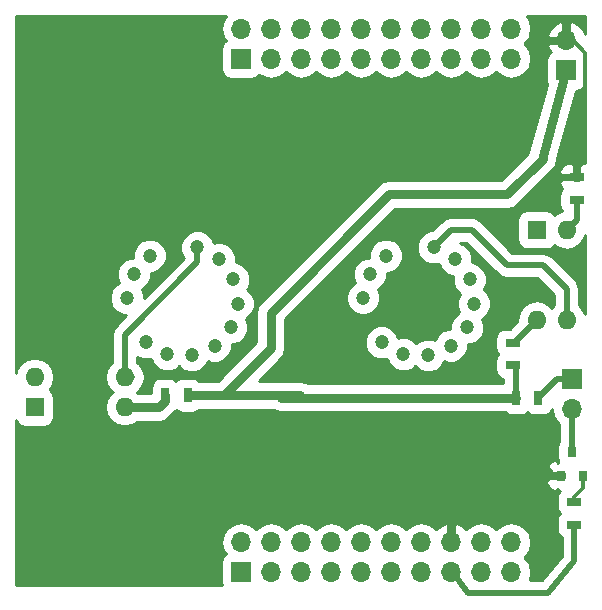
<source format=gbr>
G04 #@! TF.FileFunction,Copper,L2,Bot,Signal*
%FSLAX46Y46*%
G04 Gerber Fmt 4.6, Leading zero omitted, Abs format (unit mm)*
G04 Created by KiCad (PCBNEW 4.0.4-stable) date 12/02/17 22:43:03*
%MOMM*%
%LPD*%
G01*
G04 APERTURE LIST*
%ADD10C,0.100000*%
%ADD11C,1.200000*%
%ADD12R,1.700000X1.700000*%
%ADD13O,1.700000X1.700000*%
%ADD14R,1.600000X1.600000*%
%ADD15O,1.600000X1.600000*%
%ADD16R,1.300000X0.700000*%
%ADD17R,0.700000X1.300000*%
%ADD18R,0.800000X0.900000*%
%ADD19C,0.600000*%
%ADD20C,0.800000*%
%ADD21C,0.500000*%
%ADD22C,0.300000*%
%ADD23C,0.180000*%
%ADD24C,0.254000*%
G04 APERTURE END LIST*
D10*
D11*
X122256460Y-96188505D03*
X120880439Y-97771498D03*
X120307250Y-99761261D03*
X121894545Y-103522776D03*
X123725524Y-104519979D03*
X125816146Y-104628596D03*
X127743540Y-103811495D03*
X129123034Y-102248198D03*
X129692750Y-100238739D03*
X129328089Y-98170643D03*
X128105455Y-96477224D03*
X126274476Y-95480021D03*
X102256460Y-96188505D03*
X100880439Y-97771498D03*
X100307250Y-99761261D03*
X101894545Y-103522776D03*
X103725524Y-104519979D03*
X105816146Y-104628596D03*
X107743540Y-103811495D03*
X109123034Y-102248198D03*
X109692750Y-100238739D03*
X109328089Y-98170643D03*
X108105455Y-96477224D03*
X106274476Y-95480021D03*
D12*
X138000000Y-106600000D03*
D13*
X138000000Y-109140000D03*
D14*
X135000000Y-94000000D03*
D15*
X137540000Y-101620000D03*
X137540000Y-94000000D03*
X135000000Y-101620000D03*
D12*
X110000000Y-123000000D03*
D13*
X110000000Y-120460000D03*
X112540000Y-123000000D03*
X112540000Y-120460000D03*
X115080000Y-123000000D03*
X115080000Y-120460000D03*
X117620000Y-123000000D03*
X117620000Y-120460000D03*
X120160000Y-123000000D03*
X120160000Y-120460000D03*
X122700000Y-123000000D03*
X122700000Y-120460000D03*
X125240000Y-123000000D03*
X125240000Y-120460000D03*
X127780000Y-123000000D03*
X127780000Y-120460000D03*
X130320000Y-123000000D03*
X130320000Y-120460000D03*
X132860000Y-123000000D03*
X132860000Y-120460000D03*
D12*
X110000000Y-79500000D03*
D13*
X110000000Y-76960000D03*
X112540000Y-79500000D03*
X112540000Y-76960000D03*
X115080000Y-79500000D03*
X115080000Y-76960000D03*
X117620000Y-79500000D03*
X117620000Y-76960000D03*
X120160000Y-79500000D03*
X120160000Y-76960000D03*
X122700000Y-79500000D03*
X122700000Y-76960000D03*
X125240000Y-79500000D03*
X125240000Y-76960000D03*
X127780000Y-79500000D03*
X127780000Y-76960000D03*
X130320000Y-79500000D03*
X130320000Y-76960000D03*
X132860000Y-79500000D03*
X132860000Y-76960000D03*
D14*
X92500000Y-109000000D03*
D15*
X100120000Y-106460000D03*
X92500000Y-106460000D03*
X100120000Y-109000000D03*
D16*
X138400000Y-91450000D03*
X138400000Y-89550000D03*
D17*
X103550000Y-108000000D03*
X105450000Y-108000000D03*
D16*
X133000000Y-103550000D03*
X133000000Y-105450000D03*
D18*
X138950000Y-114800000D03*
X137050000Y-114800000D03*
X138000000Y-112800000D03*
D16*
X138200000Y-117050000D03*
X138200000Y-118950000D03*
D17*
X135150000Y-108200000D03*
X133250000Y-108200000D03*
D12*
X137500000Y-80500000D03*
D13*
X137500000Y-77960000D03*
D19*
X108000000Y-115200000D03*
X134800000Y-111800000D03*
X131000000Y-111800000D03*
X126950000Y-111750000D03*
X123000000Y-111800000D03*
X119100000Y-111800000D03*
X115100000Y-111800000D03*
X103300000Y-117800000D03*
X98700000Y-117800000D03*
X97600000Y-111600000D03*
X93200000Y-103500000D03*
X93400000Y-99500000D03*
X134000000Y-87400000D03*
X129500000Y-87400000D03*
X125600000Y-87300000D03*
X121200000Y-87500000D03*
X111800000Y-94400000D03*
X111000000Y-88900000D03*
X106500000Y-88900000D03*
X102600000Y-89000000D03*
X92800000Y-88000000D03*
D20*
X127780000Y-120460000D02*
X127780000Y-112580000D01*
X127780000Y-112580000D02*
X126950000Y-111750000D01*
D21*
X108000000Y-115200000D02*
X107800000Y-115400000D01*
X107800000Y-115400000D02*
X107800000Y-117800000D01*
D22*
X137050000Y-114800000D02*
X136600000Y-114800000D01*
X134800000Y-113000000D02*
X134800000Y-111800000D01*
X136600000Y-114800000D02*
X134800000Y-113000000D01*
X134800000Y-111800000D02*
X131000000Y-111800000D01*
X126950000Y-111750000D02*
X130950000Y-111750000D01*
X130950000Y-111750000D02*
X131000000Y-111800000D01*
X123000000Y-111800000D02*
X126900000Y-111800000D01*
X126900000Y-111800000D02*
X126950000Y-111750000D01*
X119100000Y-111800000D02*
X123000000Y-111800000D01*
X119100000Y-111800000D02*
X115100000Y-111800000D01*
X103300000Y-117800000D02*
X107800000Y-117800000D01*
X107800000Y-117800000D02*
X109100000Y-117800000D01*
X109100000Y-117800000D02*
X115100000Y-111800000D01*
X103300000Y-117800000D02*
X98700000Y-117800000D01*
X98700000Y-112700000D02*
X98700000Y-117800000D01*
X97600000Y-111600000D02*
X98700000Y-112700000D01*
X93400000Y-103300000D02*
X93400000Y-99500000D01*
X93200000Y-103500000D02*
X93400000Y-103300000D01*
X92800000Y-88000000D02*
X92800000Y-98900000D01*
X92800000Y-98900000D02*
X93400000Y-99500000D01*
X137500000Y-77960000D02*
X138060000Y-77960000D01*
X138060000Y-77960000D02*
X139100000Y-79000000D01*
X138400000Y-85800000D02*
X138400000Y-89550000D01*
X139100000Y-85100000D02*
X138400000Y-85800000D01*
X139100000Y-79000000D02*
X139100000Y-85100000D01*
X134000000Y-87400000D02*
X134000000Y-81700000D01*
X135940000Y-77960000D02*
X137500000Y-77960000D01*
X135300000Y-78600000D02*
X135940000Y-77960000D01*
X135300000Y-80400000D02*
X135300000Y-78600000D01*
X134000000Y-81700000D02*
X135300000Y-80400000D01*
X134000000Y-87400000D02*
X129500000Y-87400000D01*
X125600000Y-87300000D02*
X129400000Y-87300000D01*
X129400000Y-87300000D02*
X129500000Y-87400000D01*
X125400000Y-87500000D02*
X121200000Y-87500000D01*
X125600000Y-87300000D02*
X125400000Y-87500000D01*
X117000000Y-88900000D02*
X119800000Y-88900000D01*
X119800000Y-88900000D02*
X121200000Y-87500000D01*
X117000000Y-88900000D02*
X111000000Y-88900000D01*
D21*
X111000000Y-88900000D02*
X111400000Y-88900000D01*
X111400000Y-88900000D02*
X111800000Y-89300000D01*
X111800000Y-89300000D02*
X111800000Y-94400000D01*
D22*
X111000000Y-88900000D02*
X106500000Y-88900000D01*
X102600000Y-89000000D02*
X106400000Y-89000000D01*
X106400000Y-89000000D02*
X106500000Y-88900000D01*
X102300000Y-89300000D02*
X98500000Y-89300000D01*
X102600000Y-89000000D02*
X102300000Y-89300000D01*
X94100000Y-89300000D02*
X98500000Y-89300000D01*
X92800000Y-88000000D02*
X94100000Y-89300000D01*
D21*
X138400000Y-91450000D02*
X138400000Y-93140000D01*
X138400000Y-93140000D02*
X137540000Y-94000000D01*
X137540000Y-101620000D02*
X137540000Y-99040000D01*
X127754497Y-94000000D02*
X126274476Y-95480021D01*
X129500000Y-94000000D02*
X127754497Y-94000000D01*
X132500000Y-97000000D02*
X129500000Y-94000000D01*
X135500000Y-97000000D02*
X132500000Y-97000000D01*
X137540000Y-99040000D02*
X135500000Y-97000000D01*
X133250000Y-108200000D02*
X133250000Y-105700000D01*
X133250000Y-105700000D02*
X133000000Y-105450000D01*
D20*
X108500000Y-108000000D02*
X115000000Y-108000000D01*
X115000000Y-108000000D02*
X115000000Y-108200000D01*
X135500000Y-87700000D02*
X135500000Y-88000000D01*
X108500000Y-108000000D02*
X105450000Y-108000000D01*
X112500000Y-104000000D02*
X108500000Y-108000000D01*
X112500000Y-101000000D02*
X112500000Y-104000000D01*
X122500000Y-91000000D02*
X112500000Y-101000000D01*
X132500000Y-91000000D02*
X122500000Y-91000000D01*
X135500000Y-88000000D02*
X132500000Y-91000000D01*
X135500000Y-87700000D02*
X135500000Y-87700000D01*
X135500000Y-87700000D02*
X137500000Y-80500000D01*
X105450000Y-108000000D02*
X105900000Y-108000000D01*
X133250000Y-108200000D02*
X115000000Y-108200000D01*
X115000000Y-108200000D02*
X113400000Y-108200000D01*
D23*
X137500000Y-81000000D02*
X137500000Y-80500000D01*
D21*
X100120000Y-106460000D02*
X100120000Y-102880000D01*
X106274476Y-96725524D02*
X106274476Y-95480021D01*
X100120000Y-102880000D02*
X106274476Y-96725524D01*
X100120000Y-106460000D02*
X100730000Y-106460000D01*
D20*
X103550000Y-108000000D02*
X103550000Y-108450000D01*
X103550000Y-108450000D02*
X103000000Y-109000000D01*
X103000000Y-109000000D02*
X100120000Y-109000000D01*
D21*
X133000000Y-103550000D02*
X133070000Y-103550000D01*
X133070000Y-103550000D02*
X135000000Y-101620000D01*
D22*
X138200000Y-117050000D02*
X138200000Y-116600000D01*
X138950000Y-115850000D02*
X138950000Y-114800000D01*
X138200000Y-116600000D02*
X138950000Y-115850000D01*
D21*
X138000000Y-112800000D02*
X138000000Y-109140000D01*
X138000000Y-106600000D02*
X136750000Y-106600000D01*
X136750000Y-106600000D02*
X135150000Y-108200000D01*
D22*
X127780000Y-122500000D02*
X127780000Y-122780000D01*
D21*
X127780000Y-122780000D02*
X129200000Y-124700000D01*
X129200000Y-124700000D02*
X136000000Y-124700000D01*
X136000000Y-124700000D02*
X138200000Y-122000000D01*
X138200000Y-122000000D02*
X138200000Y-118950000D01*
D24*
G36*
X108443263Y-76282167D02*
X108315000Y-76926989D01*
X108315000Y-76993011D01*
X108443263Y-77637833D01*
X108665072Y-77969794D01*
X108556373Y-78039740D01*
X108365717Y-78318774D01*
X108298642Y-78650000D01*
X108298642Y-80350000D01*
X108356866Y-80659432D01*
X108539740Y-80943627D01*
X108818774Y-81134283D01*
X109150000Y-81201358D01*
X110850000Y-81201358D01*
X111159432Y-81143134D01*
X111443627Y-80960260D01*
X111524420Y-80842015D01*
X111895178Y-81089748D01*
X112540000Y-81218011D01*
X113184822Y-81089748D01*
X113731475Y-80724486D01*
X113810000Y-80606965D01*
X113888525Y-80724486D01*
X114435178Y-81089748D01*
X115080000Y-81218011D01*
X115724822Y-81089748D01*
X116271475Y-80724486D01*
X116350000Y-80606965D01*
X116428525Y-80724486D01*
X116975178Y-81089748D01*
X117620000Y-81218011D01*
X118264822Y-81089748D01*
X118811475Y-80724486D01*
X118890000Y-80606965D01*
X118968525Y-80724486D01*
X119515178Y-81089748D01*
X120160000Y-81218011D01*
X120804822Y-81089748D01*
X121351475Y-80724486D01*
X121430000Y-80606965D01*
X121508525Y-80724486D01*
X122055178Y-81089748D01*
X122700000Y-81218011D01*
X123344822Y-81089748D01*
X123891475Y-80724486D01*
X123970000Y-80606965D01*
X124048525Y-80724486D01*
X124595178Y-81089748D01*
X125240000Y-81218011D01*
X125884822Y-81089748D01*
X126431475Y-80724486D01*
X126510000Y-80606965D01*
X126588525Y-80724486D01*
X127135178Y-81089748D01*
X127780000Y-81218011D01*
X128424822Y-81089748D01*
X128971475Y-80724486D01*
X129050000Y-80606965D01*
X129128525Y-80724486D01*
X129675178Y-81089748D01*
X130320000Y-81218011D01*
X130964822Y-81089748D01*
X131511475Y-80724486D01*
X131590000Y-80606965D01*
X131668525Y-80724486D01*
X132215178Y-81089748D01*
X132860000Y-81218011D01*
X133504822Y-81089748D01*
X134051475Y-80724486D01*
X134416737Y-80177833D01*
X134545000Y-79533011D01*
X134545000Y-79466989D01*
X134416737Y-78822167D01*
X134051475Y-78275514D01*
X133983359Y-78230000D01*
X134051475Y-78184486D01*
X134416737Y-77637833D01*
X134449204Y-77474606D01*
X135886428Y-77474606D01*
X136041307Y-77733000D01*
X137273000Y-77733000D01*
X137273000Y-76499095D01*
X137014603Y-76346412D01*
X136434058Y-76654992D01*
X136015793Y-77162248D01*
X135886428Y-77474606D01*
X134449204Y-77474606D01*
X134545000Y-76993011D01*
X134545000Y-76926989D01*
X134416737Y-76282167D01*
X134168063Y-75910000D01*
X139090000Y-75910000D01*
X139090000Y-77417690D01*
X138984207Y-77162248D01*
X138565942Y-76654992D01*
X137985397Y-76346412D01*
X137727000Y-76499095D01*
X137727000Y-77733000D01*
X137747000Y-77733000D01*
X137747000Y-78187000D01*
X137727000Y-78187000D01*
X137727000Y-78207000D01*
X137273000Y-78207000D01*
X137273000Y-78187000D01*
X136041307Y-78187000D01*
X135886428Y-78445394D01*
X136015793Y-78757752D01*
X136181774Y-78959047D01*
X136056373Y-79039740D01*
X135865717Y-79318774D01*
X135798642Y-79650000D01*
X135798642Y-81350000D01*
X135856866Y-81659432D01*
X135884322Y-81702100D01*
X134310055Y-87369460D01*
X134304083Y-87449363D01*
X131988446Y-89765000D01*
X122500000Y-89765000D01*
X122027386Y-89859009D01*
X121626723Y-90126723D01*
X111626723Y-100126723D01*
X111359009Y-100527386D01*
X111265000Y-101000000D01*
X111265000Y-103488446D01*
X107988446Y-106765000D01*
X106415811Y-106765000D01*
X106410260Y-106756373D01*
X106131226Y-106565717D01*
X105800000Y-106498642D01*
X105100000Y-106498642D01*
X104790568Y-106556866D01*
X104506373Y-106739740D01*
X104499862Y-106749269D01*
X104231226Y-106565717D01*
X103900000Y-106498642D01*
X103200000Y-106498642D01*
X102890568Y-106556866D01*
X102606373Y-106739740D01*
X102415717Y-107018774D01*
X102348642Y-107350000D01*
X102348642Y-107765000D01*
X101190099Y-107765000D01*
X101137718Y-107730000D01*
X101308152Y-107616120D01*
X101662575Y-107085687D01*
X101692586Y-106934811D01*
X101732409Y-106875212D01*
X101815000Y-106460000D01*
X101732409Y-106044788D01*
X101692586Y-105985189D01*
X101662575Y-105834313D01*
X101308152Y-105303880D01*
X101205000Y-105234956D01*
X101205000Y-104790246D01*
X101607854Y-104957526D01*
X102178732Y-104958024D01*
X102328312Y-104896219D01*
X102508281Y-105331779D01*
X102911601Y-105735803D01*
X103438833Y-105954729D01*
X104009711Y-105955227D01*
X104537324Y-105737222D01*
X104716580Y-105558278D01*
X105002223Y-105844420D01*
X105529455Y-106063346D01*
X106100333Y-106063844D01*
X106627946Y-105845839D01*
X107031970Y-105442519D01*
X107163969Y-105124630D01*
X107456849Y-105246245D01*
X108027727Y-105246743D01*
X108555340Y-105028738D01*
X108959364Y-104625418D01*
X109178290Y-104098186D01*
X109178652Y-103683247D01*
X109407221Y-103683446D01*
X109934834Y-103465441D01*
X110338858Y-103062121D01*
X110557784Y-102534889D01*
X110558282Y-101964011D01*
X110371145Y-101511104D01*
X110504550Y-101455982D01*
X110908574Y-101052662D01*
X111127500Y-100525430D01*
X111127998Y-99954552D01*
X110909993Y-99426939D01*
X110506673Y-99022915D01*
X110505843Y-99022570D01*
X110543913Y-98984566D01*
X110762839Y-98457334D01*
X110763337Y-97886456D01*
X110545332Y-97358843D01*
X110142012Y-96954819D01*
X109614780Y-96735893D01*
X109540230Y-96735828D01*
X109540703Y-96193037D01*
X109322698Y-95665424D01*
X108919378Y-95261400D01*
X108392146Y-95042474D01*
X107821268Y-95041976D01*
X107671688Y-95103781D01*
X107491719Y-94668221D01*
X107088399Y-94264197D01*
X106561167Y-94045271D01*
X105990289Y-94044773D01*
X105462676Y-94262778D01*
X105058652Y-94666098D01*
X104839726Y-95193330D01*
X104839228Y-95764208D01*
X105057233Y-96291821D01*
X105115444Y-96350134D01*
X101742283Y-99723295D01*
X101742498Y-99477074D01*
X101562819Y-99042216D01*
X101692239Y-98988741D01*
X102096263Y-98585421D01*
X102315189Y-98058189D01*
X102315568Y-97623557D01*
X102540647Y-97623753D01*
X103068260Y-97405748D01*
X103472284Y-97002428D01*
X103691210Y-96475196D01*
X103691708Y-95904318D01*
X103473703Y-95376705D01*
X103070383Y-94972681D01*
X102543151Y-94753755D01*
X101972273Y-94753257D01*
X101444660Y-94971262D01*
X101040636Y-95374582D01*
X100821710Y-95901814D01*
X100821331Y-96336446D01*
X100596252Y-96336250D01*
X100068639Y-96554255D01*
X99664615Y-96957575D01*
X99445689Y-97484807D01*
X99445191Y-98055685D01*
X99624870Y-98490543D01*
X99495450Y-98544018D01*
X99091426Y-98947338D01*
X98872500Y-99474570D01*
X98872002Y-100045448D01*
X99090007Y-100573061D01*
X99493327Y-100977085D01*
X100020559Y-101196011D01*
X100269350Y-101196228D01*
X99352789Y-102112789D01*
X99117591Y-102464788D01*
X99035000Y-102880000D01*
X99035000Y-105234956D01*
X98931848Y-105303880D01*
X98577425Y-105834313D01*
X98452968Y-106460000D01*
X98577425Y-107085687D01*
X98931848Y-107616120D01*
X99102282Y-107730000D01*
X98931848Y-107843880D01*
X98577425Y-108374313D01*
X98452968Y-109000000D01*
X98577425Y-109625687D01*
X98931848Y-110156120D01*
X99462281Y-110510543D01*
X100087968Y-110635000D01*
X100152032Y-110635000D01*
X100777719Y-110510543D01*
X101190099Y-110235000D01*
X103000000Y-110235000D01*
X103472614Y-110140991D01*
X103873277Y-109873277D01*
X104423277Y-109323277D01*
X104444081Y-109292142D01*
X104493627Y-109260260D01*
X104500138Y-109250731D01*
X104768774Y-109434283D01*
X105100000Y-109501358D01*
X105800000Y-109501358D01*
X106109432Y-109443134D01*
X106393627Y-109260260D01*
X106410886Y-109235000D01*
X112768759Y-109235000D01*
X112927386Y-109340991D01*
X113400000Y-109435000D01*
X132284189Y-109435000D01*
X132289740Y-109443627D01*
X132568774Y-109634283D01*
X132900000Y-109701358D01*
X133600000Y-109701358D01*
X133909432Y-109643134D01*
X134193627Y-109460260D01*
X134200138Y-109450731D01*
X134468774Y-109634283D01*
X134800000Y-109701358D01*
X135500000Y-109701358D01*
X135809432Y-109643134D01*
X136093627Y-109460260D01*
X136284283Y-109181226D01*
X136287263Y-109166512D01*
X136410252Y-109784822D01*
X136775514Y-110331475D01*
X136915000Y-110424677D01*
X136915000Y-111873469D01*
X136815717Y-112018774D01*
X136748642Y-112350000D01*
X136748642Y-113250000D01*
X136806866Y-113559432D01*
X136822998Y-113584502D01*
X136822998Y-113696748D01*
X136641250Y-113515000D01*
X136483908Y-113515000D01*
X136177011Y-113642121D01*
X135942121Y-113877010D01*
X135815000Y-114183908D01*
X135815000Y-114366250D01*
X136023750Y-114575000D01*
X136850000Y-114575000D01*
X136850000Y-114553000D01*
X137250000Y-114553000D01*
X137250000Y-114575000D01*
X137297000Y-114575000D01*
X137297000Y-115025000D01*
X137250000Y-115025000D01*
X137250000Y-115047000D01*
X136850000Y-115047000D01*
X136850000Y-115025000D01*
X136023750Y-115025000D01*
X135815000Y-115233750D01*
X135815000Y-115416092D01*
X135942121Y-115722990D01*
X136177011Y-115957879D01*
X136483908Y-116085000D01*
X136641250Y-116085000D01*
X136822998Y-115903252D01*
X136822998Y-116085000D01*
X136963739Y-116085000D01*
X136956373Y-116089740D01*
X136765717Y-116368774D01*
X136698642Y-116700000D01*
X136698642Y-117400000D01*
X136756866Y-117709432D01*
X136939740Y-117993627D01*
X136949269Y-118000138D01*
X136765717Y-118268774D01*
X136698642Y-118600000D01*
X136698642Y-119300000D01*
X136756866Y-119609432D01*
X136939740Y-119893627D01*
X137115000Y-120013377D01*
X137115000Y-121613930D01*
X135484499Y-123615000D01*
X134429235Y-123615000D01*
X134545000Y-123033011D01*
X134545000Y-122966989D01*
X134416737Y-122322167D01*
X134051475Y-121775514D01*
X133983359Y-121730000D01*
X134051475Y-121684486D01*
X134416737Y-121137833D01*
X134545000Y-120493011D01*
X134545000Y-120426989D01*
X134416737Y-119782167D01*
X134051475Y-119235514D01*
X133504822Y-118870252D01*
X132860000Y-118741989D01*
X132215178Y-118870252D01*
X131668525Y-119235514D01*
X131590000Y-119353035D01*
X131511475Y-119235514D01*
X130964822Y-118870252D01*
X130320000Y-118741989D01*
X129675178Y-118870252D01*
X129128525Y-119235514D01*
X129044763Y-119360873D01*
X128577752Y-118975793D01*
X128265394Y-118846428D01*
X128007000Y-119001307D01*
X128007000Y-120233000D01*
X128027000Y-120233000D01*
X128027000Y-120687000D01*
X128007000Y-120687000D01*
X128007000Y-120707000D01*
X127553000Y-120707000D01*
X127553000Y-120687000D01*
X127533000Y-120687000D01*
X127533000Y-120233000D01*
X127553000Y-120233000D01*
X127553000Y-119001307D01*
X127294606Y-118846428D01*
X126982248Y-118975793D01*
X126515237Y-119360873D01*
X126431475Y-119235514D01*
X125884822Y-118870252D01*
X125240000Y-118741989D01*
X124595178Y-118870252D01*
X124048525Y-119235514D01*
X123970000Y-119353035D01*
X123891475Y-119235514D01*
X123344822Y-118870252D01*
X122700000Y-118741989D01*
X122055178Y-118870252D01*
X121508525Y-119235514D01*
X121430000Y-119353035D01*
X121351475Y-119235514D01*
X120804822Y-118870252D01*
X120160000Y-118741989D01*
X119515178Y-118870252D01*
X118968525Y-119235514D01*
X118890000Y-119353035D01*
X118811475Y-119235514D01*
X118264822Y-118870252D01*
X117620000Y-118741989D01*
X116975178Y-118870252D01*
X116428525Y-119235514D01*
X116350000Y-119353035D01*
X116271475Y-119235514D01*
X115724822Y-118870252D01*
X115080000Y-118741989D01*
X114435178Y-118870252D01*
X113888525Y-119235514D01*
X113810000Y-119353035D01*
X113731475Y-119235514D01*
X113184822Y-118870252D01*
X112540000Y-118741989D01*
X111895178Y-118870252D01*
X111348525Y-119235514D01*
X111270000Y-119353035D01*
X111191475Y-119235514D01*
X110644822Y-118870252D01*
X110000000Y-118741989D01*
X109355178Y-118870252D01*
X108808525Y-119235514D01*
X108443263Y-119782167D01*
X108315000Y-120426989D01*
X108315000Y-120493011D01*
X108443263Y-121137833D01*
X108665072Y-121469794D01*
X108556373Y-121539740D01*
X108365717Y-121818774D01*
X108298642Y-122150000D01*
X108298642Y-123850000D01*
X108343801Y-124090000D01*
X90910000Y-124090000D01*
X90910000Y-110114302D01*
X91089740Y-110393627D01*
X91368774Y-110584283D01*
X91700000Y-110651358D01*
X93300000Y-110651358D01*
X93609432Y-110593134D01*
X93893627Y-110410260D01*
X94084283Y-110131226D01*
X94151358Y-109800000D01*
X94151358Y-108200000D01*
X94093134Y-107890568D01*
X93910260Y-107606373D01*
X93762242Y-107505236D01*
X94042575Y-107085687D01*
X94167032Y-106460000D01*
X94042575Y-105834313D01*
X93688152Y-105303880D01*
X93157719Y-104949457D01*
X92532032Y-104825000D01*
X92467968Y-104825000D01*
X91842281Y-104949457D01*
X91311848Y-105303880D01*
X90957425Y-105834313D01*
X90910000Y-106072734D01*
X90910000Y-75910000D01*
X108691937Y-75910000D01*
X108443263Y-76282167D01*
X108443263Y-76282167D01*
G37*
X108443263Y-76282167D02*
X108315000Y-76926989D01*
X108315000Y-76993011D01*
X108443263Y-77637833D01*
X108665072Y-77969794D01*
X108556373Y-78039740D01*
X108365717Y-78318774D01*
X108298642Y-78650000D01*
X108298642Y-80350000D01*
X108356866Y-80659432D01*
X108539740Y-80943627D01*
X108818774Y-81134283D01*
X109150000Y-81201358D01*
X110850000Y-81201358D01*
X111159432Y-81143134D01*
X111443627Y-80960260D01*
X111524420Y-80842015D01*
X111895178Y-81089748D01*
X112540000Y-81218011D01*
X113184822Y-81089748D01*
X113731475Y-80724486D01*
X113810000Y-80606965D01*
X113888525Y-80724486D01*
X114435178Y-81089748D01*
X115080000Y-81218011D01*
X115724822Y-81089748D01*
X116271475Y-80724486D01*
X116350000Y-80606965D01*
X116428525Y-80724486D01*
X116975178Y-81089748D01*
X117620000Y-81218011D01*
X118264822Y-81089748D01*
X118811475Y-80724486D01*
X118890000Y-80606965D01*
X118968525Y-80724486D01*
X119515178Y-81089748D01*
X120160000Y-81218011D01*
X120804822Y-81089748D01*
X121351475Y-80724486D01*
X121430000Y-80606965D01*
X121508525Y-80724486D01*
X122055178Y-81089748D01*
X122700000Y-81218011D01*
X123344822Y-81089748D01*
X123891475Y-80724486D01*
X123970000Y-80606965D01*
X124048525Y-80724486D01*
X124595178Y-81089748D01*
X125240000Y-81218011D01*
X125884822Y-81089748D01*
X126431475Y-80724486D01*
X126510000Y-80606965D01*
X126588525Y-80724486D01*
X127135178Y-81089748D01*
X127780000Y-81218011D01*
X128424822Y-81089748D01*
X128971475Y-80724486D01*
X129050000Y-80606965D01*
X129128525Y-80724486D01*
X129675178Y-81089748D01*
X130320000Y-81218011D01*
X130964822Y-81089748D01*
X131511475Y-80724486D01*
X131590000Y-80606965D01*
X131668525Y-80724486D01*
X132215178Y-81089748D01*
X132860000Y-81218011D01*
X133504822Y-81089748D01*
X134051475Y-80724486D01*
X134416737Y-80177833D01*
X134545000Y-79533011D01*
X134545000Y-79466989D01*
X134416737Y-78822167D01*
X134051475Y-78275514D01*
X133983359Y-78230000D01*
X134051475Y-78184486D01*
X134416737Y-77637833D01*
X134449204Y-77474606D01*
X135886428Y-77474606D01*
X136041307Y-77733000D01*
X137273000Y-77733000D01*
X137273000Y-76499095D01*
X137014603Y-76346412D01*
X136434058Y-76654992D01*
X136015793Y-77162248D01*
X135886428Y-77474606D01*
X134449204Y-77474606D01*
X134545000Y-76993011D01*
X134545000Y-76926989D01*
X134416737Y-76282167D01*
X134168063Y-75910000D01*
X139090000Y-75910000D01*
X139090000Y-77417690D01*
X138984207Y-77162248D01*
X138565942Y-76654992D01*
X137985397Y-76346412D01*
X137727000Y-76499095D01*
X137727000Y-77733000D01*
X137747000Y-77733000D01*
X137747000Y-78187000D01*
X137727000Y-78187000D01*
X137727000Y-78207000D01*
X137273000Y-78207000D01*
X137273000Y-78187000D01*
X136041307Y-78187000D01*
X135886428Y-78445394D01*
X136015793Y-78757752D01*
X136181774Y-78959047D01*
X136056373Y-79039740D01*
X135865717Y-79318774D01*
X135798642Y-79650000D01*
X135798642Y-81350000D01*
X135856866Y-81659432D01*
X135884322Y-81702100D01*
X134310055Y-87369460D01*
X134304083Y-87449363D01*
X131988446Y-89765000D01*
X122500000Y-89765000D01*
X122027386Y-89859009D01*
X121626723Y-90126723D01*
X111626723Y-100126723D01*
X111359009Y-100527386D01*
X111265000Y-101000000D01*
X111265000Y-103488446D01*
X107988446Y-106765000D01*
X106415811Y-106765000D01*
X106410260Y-106756373D01*
X106131226Y-106565717D01*
X105800000Y-106498642D01*
X105100000Y-106498642D01*
X104790568Y-106556866D01*
X104506373Y-106739740D01*
X104499862Y-106749269D01*
X104231226Y-106565717D01*
X103900000Y-106498642D01*
X103200000Y-106498642D01*
X102890568Y-106556866D01*
X102606373Y-106739740D01*
X102415717Y-107018774D01*
X102348642Y-107350000D01*
X102348642Y-107765000D01*
X101190099Y-107765000D01*
X101137718Y-107730000D01*
X101308152Y-107616120D01*
X101662575Y-107085687D01*
X101692586Y-106934811D01*
X101732409Y-106875212D01*
X101815000Y-106460000D01*
X101732409Y-106044788D01*
X101692586Y-105985189D01*
X101662575Y-105834313D01*
X101308152Y-105303880D01*
X101205000Y-105234956D01*
X101205000Y-104790246D01*
X101607854Y-104957526D01*
X102178732Y-104958024D01*
X102328312Y-104896219D01*
X102508281Y-105331779D01*
X102911601Y-105735803D01*
X103438833Y-105954729D01*
X104009711Y-105955227D01*
X104537324Y-105737222D01*
X104716580Y-105558278D01*
X105002223Y-105844420D01*
X105529455Y-106063346D01*
X106100333Y-106063844D01*
X106627946Y-105845839D01*
X107031970Y-105442519D01*
X107163969Y-105124630D01*
X107456849Y-105246245D01*
X108027727Y-105246743D01*
X108555340Y-105028738D01*
X108959364Y-104625418D01*
X109178290Y-104098186D01*
X109178652Y-103683247D01*
X109407221Y-103683446D01*
X109934834Y-103465441D01*
X110338858Y-103062121D01*
X110557784Y-102534889D01*
X110558282Y-101964011D01*
X110371145Y-101511104D01*
X110504550Y-101455982D01*
X110908574Y-101052662D01*
X111127500Y-100525430D01*
X111127998Y-99954552D01*
X110909993Y-99426939D01*
X110506673Y-99022915D01*
X110505843Y-99022570D01*
X110543913Y-98984566D01*
X110762839Y-98457334D01*
X110763337Y-97886456D01*
X110545332Y-97358843D01*
X110142012Y-96954819D01*
X109614780Y-96735893D01*
X109540230Y-96735828D01*
X109540703Y-96193037D01*
X109322698Y-95665424D01*
X108919378Y-95261400D01*
X108392146Y-95042474D01*
X107821268Y-95041976D01*
X107671688Y-95103781D01*
X107491719Y-94668221D01*
X107088399Y-94264197D01*
X106561167Y-94045271D01*
X105990289Y-94044773D01*
X105462676Y-94262778D01*
X105058652Y-94666098D01*
X104839726Y-95193330D01*
X104839228Y-95764208D01*
X105057233Y-96291821D01*
X105115444Y-96350134D01*
X101742283Y-99723295D01*
X101742498Y-99477074D01*
X101562819Y-99042216D01*
X101692239Y-98988741D01*
X102096263Y-98585421D01*
X102315189Y-98058189D01*
X102315568Y-97623557D01*
X102540647Y-97623753D01*
X103068260Y-97405748D01*
X103472284Y-97002428D01*
X103691210Y-96475196D01*
X103691708Y-95904318D01*
X103473703Y-95376705D01*
X103070383Y-94972681D01*
X102543151Y-94753755D01*
X101972273Y-94753257D01*
X101444660Y-94971262D01*
X101040636Y-95374582D01*
X100821710Y-95901814D01*
X100821331Y-96336446D01*
X100596252Y-96336250D01*
X100068639Y-96554255D01*
X99664615Y-96957575D01*
X99445689Y-97484807D01*
X99445191Y-98055685D01*
X99624870Y-98490543D01*
X99495450Y-98544018D01*
X99091426Y-98947338D01*
X98872500Y-99474570D01*
X98872002Y-100045448D01*
X99090007Y-100573061D01*
X99493327Y-100977085D01*
X100020559Y-101196011D01*
X100269350Y-101196228D01*
X99352789Y-102112789D01*
X99117591Y-102464788D01*
X99035000Y-102880000D01*
X99035000Y-105234956D01*
X98931848Y-105303880D01*
X98577425Y-105834313D01*
X98452968Y-106460000D01*
X98577425Y-107085687D01*
X98931848Y-107616120D01*
X99102282Y-107730000D01*
X98931848Y-107843880D01*
X98577425Y-108374313D01*
X98452968Y-109000000D01*
X98577425Y-109625687D01*
X98931848Y-110156120D01*
X99462281Y-110510543D01*
X100087968Y-110635000D01*
X100152032Y-110635000D01*
X100777719Y-110510543D01*
X101190099Y-110235000D01*
X103000000Y-110235000D01*
X103472614Y-110140991D01*
X103873277Y-109873277D01*
X104423277Y-109323277D01*
X104444081Y-109292142D01*
X104493627Y-109260260D01*
X104500138Y-109250731D01*
X104768774Y-109434283D01*
X105100000Y-109501358D01*
X105800000Y-109501358D01*
X106109432Y-109443134D01*
X106393627Y-109260260D01*
X106410886Y-109235000D01*
X112768759Y-109235000D01*
X112927386Y-109340991D01*
X113400000Y-109435000D01*
X132284189Y-109435000D01*
X132289740Y-109443627D01*
X132568774Y-109634283D01*
X132900000Y-109701358D01*
X133600000Y-109701358D01*
X133909432Y-109643134D01*
X134193627Y-109460260D01*
X134200138Y-109450731D01*
X134468774Y-109634283D01*
X134800000Y-109701358D01*
X135500000Y-109701358D01*
X135809432Y-109643134D01*
X136093627Y-109460260D01*
X136284283Y-109181226D01*
X136287263Y-109166512D01*
X136410252Y-109784822D01*
X136775514Y-110331475D01*
X136915000Y-110424677D01*
X136915000Y-111873469D01*
X136815717Y-112018774D01*
X136748642Y-112350000D01*
X136748642Y-113250000D01*
X136806866Y-113559432D01*
X136822998Y-113584502D01*
X136822998Y-113696748D01*
X136641250Y-113515000D01*
X136483908Y-113515000D01*
X136177011Y-113642121D01*
X135942121Y-113877010D01*
X135815000Y-114183908D01*
X135815000Y-114366250D01*
X136023750Y-114575000D01*
X136850000Y-114575000D01*
X136850000Y-114553000D01*
X137250000Y-114553000D01*
X137250000Y-114575000D01*
X137297000Y-114575000D01*
X137297000Y-115025000D01*
X137250000Y-115025000D01*
X137250000Y-115047000D01*
X136850000Y-115047000D01*
X136850000Y-115025000D01*
X136023750Y-115025000D01*
X135815000Y-115233750D01*
X135815000Y-115416092D01*
X135942121Y-115722990D01*
X136177011Y-115957879D01*
X136483908Y-116085000D01*
X136641250Y-116085000D01*
X136822998Y-115903252D01*
X136822998Y-116085000D01*
X136963739Y-116085000D01*
X136956373Y-116089740D01*
X136765717Y-116368774D01*
X136698642Y-116700000D01*
X136698642Y-117400000D01*
X136756866Y-117709432D01*
X136939740Y-117993627D01*
X136949269Y-118000138D01*
X136765717Y-118268774D01*
X136698642Y-118600000D01*
X136698642Y-119300000D01*
X136756866Y-119609432D01*
X136939740Y-119893627D01*
X137115000Y-120013377D01*
X137115000Y-121613930D01*
X135484499Y-123615000D01*
X134429235Y-123615000D01*
X134545000Y-123033011D01*
X134545000Y-122966989D01*
X134416737Y-122322167D01*
X134051475Y-121775514D01*
X133983359Y-121730000D01*
X134051475Y-121684486D01*
X134416737Y-121137833D01*
X134545000Y-120493011D01*
X134545000Y-120426989D01*
X134416737Y-119782167D01*
X134051475Y-119235514D01*
X133504822Y-118870252D01*
X132860000Y-118741989D01*
X132215178Y-118870252D01*
X131668525Y-119235514D01*
X131590000Y-119353035D01*
X131511475Y-119235514D01*
X130964822Y-118870252D01*
X130320000Y-118741989D01*
X129675178Y-118870252D01*
X129128525Y-119235514D01*
X129044763Y-119360873D01*
X128577752Y-118975793D01*
X128265394Y-118846428D01*
X128007000Y-119001307D01*
X128007000Y-120233000D01*
X128027000Y-120233000D01*
X128027000Y-120687000D01*
X128007000Y-120687000D01*
X128007000Y-120707000D01*
X127553000Y-120707000D01*
X127553000Y-120687000D01*
X127533000Y-120687000D01*
X127533000Y-120233000D01*
X127553000Y-120233000D01*
X127553000Y-119001307D01*
X127294606Y-118846428D01*
X126982248Y-118975793D01*
X126515237Y-119360873D01*
X126431475Y-119235514D01*
X125884822Y-118870252D01*
X125240000Y-118741989D01*
X124595178Y-118870252D01*
X124048525Y-119235514D01*
X123970000Y-119353035D01*
X123891475Y-119235514D01*
X123344822Y-118870252D01*
X122700000Y-118741989D01*
X122055178Y-118870252D01*
X121508525Y-119235514D01*
X121430000Y-119353035D01*
X121351475Y-119235514D01*
X120804822Y-118870252D01*
X120160000Y-118741989D01*
X119515178Y-118870252D01*
X118968525Y-119235514D01*
X118890000Y-119353035D01*
X118811475Y-119235514D01*
X118264822Y-118870252D01*
X117620000Y-118741989D01*
X116975178Y-118870252D01*
X116428525Y-119235514D01*
X116350000Y-119353035D01*
X116271475Y-119235514D01*
X115724822Y-118870252D01*
X115080000Y-118741989D01*
X114435178Y-118870252D01*
X113888525Y-119235514D01*
X113810000Y-119353035D01*
X113731475Y-119235514D01*
X113184822Y-118870252D01*
X112540000Y-118741989D01*
X111895178Y-118870252D01*
X111348525Y-119235514D01*
X111270000Y-119353035D01*
X111191475Y-119235514D01*
X110644822Y-118870252D01*
X110000000Y-118741989D01*
X109355178Y-118870252D01*
X108808525Y-119235514D01*
X108443263Y-119782167D01*
X108315000Y-120426989D01*
X108315000Y-120493011D01*
X108443263Y-121137833D01*
X108665072Y-121469794D01*
X108556373Y-121539740D01*
X108365717Y-121818774D01*
X108298642Y-122150000D01*
X108298642Y-123850000D01*
X108343801Y-124090000D01*
X90910000Y-124090000D01*
X90910000Y-110114302D01*
X91089740Y-110393627D01*
X91368774Y-110584283D01*
X91700000Y-110651358D01*
X93300000Y-110651358D01*
X93609432Y-110593134D01*
X93893627Y-110410260D01*
X94084283Y-110131226D01*
X94151358Y-109800000D01*
X94151358Y-108200000D01*
X94093134Y-107890568D01*
X93910260Y-107606373D01*
X93762242Y-107505236D01*
X94042575Y-107085687D01*
X94167032Y-106460000D01*
X94042575Y-105834313D01*
X93688152Y-105303880D01*
X93157719Y-104949457D01*
X92532032Y-104825000D01*
X92467968Y-104825000D01*
X91842281Y-104949457D01*
X91311848Y-105303880D01*
X90957425Y-105834313D01*
X90910000Y-106072734D01*
X90910000Y-75910000D01*
X108691937Y-75910000D01*
X108443263Y-76282167D01*
G36*
X139090000Y-88365000D02*
X138835750Y-88365000D01*
X138627000Y-88573750D01*
X138627000Y-89375000D01*
X138647000Y-89375000D01*
X138647000Y-89725000D01*
X138627000Y-89725000D01*
X138627000Y-89797000D01*
X138173000Y-89797000D01*
X138173000Y-89725000D01*
X137123750Y-89725000D01*
X136915000Y-89933750D01*
X136915000Y-90066092D01*
X137042121Y-90372990D01*
X137157893Y-90488762D01*
X137156373Y-90489740D01*
X136965717Y-90768774D01*
X136898642Y-91100000D01*
X136898642Y-91800000D01*
X136956866Y-92109432D01*
X137139740Y-92393627D01*
X137161230Y-92408310D01*
X136914313Y-92457425D01*
X136494792Y-92737739D01*
X136410260Y-92606373D01*
X136131226Y-92415717D01*
X135800000Y-92348642D01*
X134200000Y-92348642D01*
X133890568Y-92406866D01*
X133606373Y-92589740D01*
X133415717Y-92868774D01*
X133348642Y-93200000D01*
X133348642Y-94800000D01*
X133406866Y-95109432D01*
X133589740Y-95393627D01*
X133868774Y-95584283D01*
X134200000Y-95651358D01*
X135800000Y-95651358D01*
X136109432Y-95593134D01*
X136393627Y-95410260D01*
X136494764Y-95262242D01*
X136914313Y-95542575D01*
X137540000Y-95667032D01*
X138165687Y-95542575D01*
X138696120Y-95188152D01*
X139050543Y-94657719D01*
X139090000Y-94459355D01*
X139090000Y-101160645D01*
X139050543Y-100962281D01*
X138696120Y-100431848D01*
X138625000Y-100384327D01*
X138625000Y-99040000D01*
X138614522Y-98987322D01*
X138542410Y-98624789D01*
X138307211Y-98272789D01*
X136267211Y-96232789D01*
X136203970Y-96190533D01*
X135915212Y-95997591D01*
X135500000Y-95915000D01*
X132949422Y-95915000D01*
X130267211Y-93232789D01*
X130128342Y-93140000D01*
X129915212Y-92997591D01*
X129500000Y-92915000D01*
X127754497Y-92915000D01*
X127339286Y-92997590D01*
X126987286Y-93232789D01*
X126175141Y-94044934D01*
X125990289Y-94044773D01*
X125462676Y-94262778D01*
X125058652Y-94666098D01*
X124839726Y-95193330D01*
X124839228Y-95764208D01*
X125057233Y-96291821D01*
X125460553Y-96695845D01*
X125987785Y-96914771D01*
X126558663Y-96915269D01*
X126708243Y-96853464D01*
X126888212Y-97289024D01*
X127291532Y-97693048D01*
X127818764Y-97911974D01*
X127893314Y-97912039D01*
X127892841Y-98454830D01*
X128110846Y-98982443D01*
X128514166Y-99386467D01*
X128514996Y-99386812D01*
X128476926Y-99424816D01*
X128258000Y-99952048D01*
X128257502Y-100522926D01*
X128444639Y-100975833D01*
X128311234Y-101030955D01*
X127907210Y-101434275D01*
X127688284Y-101961507D01*
X127687922Y-102376446D01*
X127459353Y-102376247D01*
X126931740Y-102594252D01*
X126527716Y-102997572D01*
X126395717Y-103315461D01*
X126102837Y-103193846D01*
X125531959Y-103193348D01*
X125004346Y-103411353D01*
X124825090Y-103590297D01*
X124539447Y-103304155D01*
X124012215Y-103085229D01*
X123441337Y-103084731D01*
X123291757Y-103146536D01*
X123111788Y-102710976D01*
X122708468Y-102306952D01*
X122181236Y-102088026D01*
X121610358Y-102087528D01*
X121082745Y-102305533D01*
X120678721Y-102708853D01*
X120459795Y-103236085D01*
X120459297Y-103806963D01*
X120677302Y-104334576D01*
X121080622Y-104738600D01*
X121607854Y-104957526D01*
X122178732Y-104958024D01*
X122328312Y-104896219D01*
X122508281Y-105331779D01*
X122911601Y-105735803D01*
X123438833Y-105954729D01*
X124009711Y-105955227D01*
X124537324Y-105737222D01*
X124716580Y-105558278D01*
X125002223Y-105844420D01*
X125529455Y-106063346D01*
X126100333Y-106063844D01*
X126627946Y-105845839D01*
X127031970Y-105442519D01*
X127163969Y-105124630D01*
X127456849Y-105246245D01*
X128027727Y-105246743D01*
X128555340Y-105028738D01*
X128959364Y-104625418D01*
X129178290Y-104098186D01*
X129178652Y-103683247D01*
X129407221Y-103683446D01*
X129934834Y-103465441D01*
X130338858Y-103062121D01*
X130557784Y-102534889D01*
X130558282Y-101964011D01*
X130371145Y-101511104D01*
X130504550Y-101455982D01*
X130908574Y-101052662D01*
X131127500Y-100525430D01*
X131127998Y-99954552D01*
X130909993Y-99426939D01*
X130506673Y-99022915D01*
X130505843Y-99022570D01*
X130543913Y-98984566D01*
X130762839Y-98457334D01*
X130763337Y-97886456D01*
X130545332Y-97358843D01*
X130142012Y-96954819D01*
X129614780Y-96735893D01*
X129540230Y-96735828D01*
X129540703Y-96193037D01*
X129322698Y-95665424D01*
X128919378Y-95261400D01*
X128494560Y-95085000D01*
X129050578Y-95085000D01*
X131732789Y-97767211D01*
X132084789Y-98002410D01*
X132500000Y-98085000D01*
X135050578Y-98085000D01*
X136455000Y-99489422D01*
X136455000Y-100384327D01*
X136383880Y-100431848D01*
X136270000Y-100602282D01*
X136156120Y-100431848D01*
X135625687Y-100077425D01*
X135000000Y-99952968D01*
X134374313Y-100077425D01*
X133843880Y-100431848D01*
X133489457Y-100962281D01*
X133365000Y-101587968D01*
X133365000Y-101652032D01*
X133376373Y-101709205D01*
X132736936Y-102348642D01*
X132350000Y-102348642D01*
X132040568Y-102406866D01*
X131756373Y-102589740D01*
X131565717Y-102868774D01*
X131498642Y-103200000D01*
X131498642Y-103900000D01*
X131556866Y-104209432D01*
X131739740Y-104493627D01*
X131749269Y-104500138D01*
X131565717Y-104768774D01*
X131498642Y-105100000D01*
X131498642Y-105800000D01*
X131556866Y-106109432D01*
X131739740Y-106393627D01*
X132018774Y-106584283D01*
X132165000Y-106613895D01*
X132165000Y-106965000D01*
X115631241Y-106965000D01*
X115472614Y-106859009D01*
X115000000Y-106765000D01*
X111481554Y-106765000D01*
X113373277Y-104873277D01*
X113640991Y-104472614D01*
X113735000Y-104000000D01*
X113735000Y-101511554D01*
X115201106Y-100045448D01*
X118872002Y-100045448D01*
X119090007Y-100573061D01*
X119493327Y-100977085D01*
X120020559Y-101196011D01*
X120591437Y-101196509D01*
X121119050Y-100978504D01*
X121523074Y-100575184D01*
X121742000Y-100047952D01*
X121742498Y-99477074D01*
X121562819Y-99042216D01*
X121692239Y-98988741D01*
X122096263Y-98585421D01*
X122315189Y-98058189D01*
X122315568Y-97623557D01*
X122540647Y-97623753D01*
X123068260Y-97405748D01*
X123472284Y-97002428D01*
X123691210Y-96475196D01*
X123691708Y-95904318D01*
X123473703Y-95376705D01*
X123070383Y-94972681D01*
X122543151Y-94753755D01*
X121972273Y-94753257D01*
X121444660Y-94971262D01*
X121040636Y-95374582D01*
X120821710Y-95901814D01*
X120821331Y-96336446D01*
X120596252Y-96336250D01*
X120068639Y-96554255D01*
X119664615Y-96957575D01*
X119445689Y-97484807D01*
X119445191Y-98055685D01*
X119624870Y-98490543D01*
X119495450Y-98544018D01*
X119091426Y-98947338D01*
X118872500Y-99474570D01*
X118872002Y-100045448D01*
X115201106Y-100045448D01*
X123011554Y-92235000D01*
X132500000Y-92235000D01*
X132972614Y-92140991D01*
X133373277Y-91873277D01*
X136212646Y-89033908D01*
X136915000Y-89033908D01*
X136915000Y-89166250D01*
X137123750Y-89375000D01*
X138173000Y-89375000D01*
X138173000Y-88573750D01*
X137964250Y-88365000D01*
X137583908Y-88365000D01*
X137277011Y-88492121D01*
X137042121Y-88727010D01*
X136915000Y-89033908D01*
X136212646Y-89033908D01*
X136373277Y-88873277D01*
X136640991Y-88472614D01*
X136735000Y-88000000D01*
X136735000Y-87868342D01*
X138309162Y-82201358D01*
X138350000Y-82201358D01*
X138659432Y-82143134D01*
X138943627Y-81960260D01*
X139090000Y-81746036D01*
X139090000Y-88365000D01*
X139090000Y-88365000D01*
G37*
X139090000Y-88365000D02*
X138835750Y-88365000D01*
X138627000Y-88573750D01*
X138627000Y-89375000D01*
X138647000Y-89375000D01*
X138647000Y-89725000D01*
X138627000Y-89725000D01*
X138627000Y-89797000D01*
X138173000Y-89797000D01*
X138173000Y-89725000D01*
X137123750Y-89725000D01*
X136915000Y-89933750D01*
X136915000Y-90066092D01*
X137042121Y-90372990D01*
X137157893Y-90488762D01*
X137156373Y-90489740D01*
X136965717Y-90768774D01*
X136898642Y-91100000D01*
X136898642Y-91800000D01*
X136956866Y-92109432D01*
X137139740Y-92393627D01*
X137161230Y-92408310D01*
X136914313Y-92457425D01*
X136494792Y-92737739D01*
X136410260Y-92606373D01*
X136131226Y-92415717D01*
X135800000Y-92348642D01*
X134200000Y-92348642D01*
X133890568Y-92406866D01*
X133606373Y-92589740D01*
X133415717Y-92868774D01*
X133348642Y-93200000D01*
X133348642Y-94800000D01*
X133406866Y-95109432D01*
X133589740Y-95393627D01*
X133868774Y-95584283D01*
X134200000Y-95651358D01*
X135800000Y-95651358D01*
X136109432Y-95593134D01*
X136393627Y-95410260D01*
X136494764Y-95262242D01*
X136914313Y-95542575D01*
X137540000Y-95667032D01*
X138165687Y-95542575D01*
X138696120Y-95188152D01*
X139050543Y-94657719D01*
X139090000Y-94459355D01*
X139090000Y-101160645D01*
X139050543Y-100962281D01*
X138696120Y-100431848D01*
X138625000Y-100384327D01*
X138625000Y-99040000D01*
X138614522Y-98987322D01*
X138542410Y-98624789D01*
X138307211Y-98272789D01*
X136267211Y-96232789D01*
X136203970Y-96190533D01*
X135915212Y-95997591D01*
X135500000Y-95915000D01*
X132949422Y-95915000D01*
X130267211Y-93232789D01*
X130128342Y-93140000D01*
X129915212Y-92997591D01*
X129500000Y-92915000D01*
X127754497Y-92915000D01*
X127339286Y-92997590D01*
X126987286Y-93232789D01*
X126175141Y-94044934D01*
X125990289Y-94044773D01*
X125462676Y-94262778D01*
X125058652Y-94666098D01*
X124839726Y-95193330D01*
X124839228Y-95764208D01*
X125057233Y-96291821D01*
X125460553Y-96695845D01*
X125987785Y-96914771D01*
X126558663Y-96915269D01*
X126708243Y-96853464D01*
X126888212Y-97289024D01*
X127291532Y-97693048D01*
X127818764Y-97911974D01*
X127893314Y-97912039D01*
X127892841Y-98454830D01*
X128110846Y-98982443D01*
X128514166Y-99386467D01*
X128514996Y-99386812D01*
X128476926Y-99424816D01*
X128258000Y-99952048D01*
X128257502Y-100522926D01*
X128444639Y-100975833D01*
X128311234Y-101030955D01*
X127907210Y-101434275D01*
X127688284Y-101961507D01*
X127687922Y-102376446D01*
X127459353Y-102376247D01*
X126931740Y-102594252D01*
X126527716Y-102997572D01*
X126395717Y-103315461D01*
X126102837Y-103193846D01*
X125531959Y-103193348D01*
X125004346Y-103411353D01*
X124825090Y-103590297D01*
X124539447Y-103304155D01*
X124012215Y-103085229D01*
X123441337Y-103084731D01*
X123291757Y-103146536D01*
X123111788Y-102710976D01*
X122708468Y-102306952D01*
X122181236Y-102088026D01*
X121610358Y-102087528D01*
X121082745Y-102305533D01*
X120678721Y-102708853D01*
X120459795Y-103236085D01*
X120459297Y-103806963D01*
X120677302Y-104334576D01*
X121080622Y-104738600D01*
X121607854Y-104957526D01*
X122178732Y-104958024D01*
X122328312Y-104896219D01*
X122508281Y-105331779D01*
X122911601Y-105735803D01*
X123438833Y-105954729D01*
X124009711Y-105955227D01*
X124537324Y-105737222D01*
X124716580Y-105558278D01*
X125002223Y-105844420D01*
X125529455Y-106063346D01*
X126100333Y-106063844D01*
X126627946Y-105845839D01*
X127031970Y-105442519D01*
X127163969Y-105124630D01*
X127456849Y-105246245D01*
X128027727Y-105246743D01*
X128555340Y-105028738D01*
X128959364Y-104625418D01*
X129178290Y-104098186D01*
X129178652Y-103683247D01*
X129407221Y-103683446D01*
X129934834Y-103465441D01*
X130338858Y-103062121D01*
X130557784Y-102534889D01*
X130558282Y-101964011D01*
X130371145Y-101511104D01*
X130504550Y-101455982D01*
X130908574Y-101052662D01*
X131127500Y-100525430D01*
X131127998Y-99954552D01*
X130909993Y-99426939D01*
X130506673Y-99022915D01*
X130505843Y-99022570D01*
X130543913Y-98984566D01*
X130762839Y-98457334D01*
X130763337Y-97886456D01*
X130545332Y-97358843D01*
X130142012Y-96954819D01*
X129614780Y-96735893D01*
X129540230Y-96735828D01*
X129540703Y-96193037D01*
X129322698Y-95665424D01*
X128919378Y-95261400D01*
X128494560Y-95085000D01*
X129050578Y-95085000D01*
X131732789Y-97767211D01*
X132084789Y-98002410D01*
X132500000Y-98085000D01*
X135050578Y-98085000D01*
X136455000Y-99489422D01*
X136455000Y-100384327D01*
X136383880Y-100431848D01*
X136270000Y-100602282D01*
X136156120Y-100431848D01*
X135625687Y-100077425D01*
X135000000Y-99952968D01*
X134374313Y-100077425D01*
X133843880Y-100431848D01*
X133489457Y-100962281D01*
X133365000Y-101587968D01*
X133365000Y-101652032D01*
X133376373Y-101709205D01*
X132736936Y-102348642D01*
X132350000Y-102348642D01*
X132040568Y-102406866D01*
X131756373Y-102589740D01*
X131565717Y-102868774D01*
X131498642Y-103200000D01*
X131498642Y-103900000D01*
X131556866Y-104209432D01*
X131739740Y-104493627D01*
X131749269Y-104500138D01*
X131565717Y-104768774D01*
X131498642Y-105100000D01*
X131498642Y-105800000D01*
X131556866Y-106109432D01*
X131739740Y-106393627D01*
X132018774Y-106584283D01*
X132165000Y-106613895D01*
X132165000Y-106965000D01*
X115631241Y-106965000D01*
X115472614Y-106859009D01*
X115000000Y-106765000D01*
X111481554Y-106765000D01*
X113373277Y-104873277D01*
X113640991Y-104472614D01*
X113735000Y-104000000D01*
X113735000Y-101511554D01*
X115201106Y-100045448D01*
X118872002Y-100045448D01*
X119090007Y-100573061D01*
X119493327Y-100977085D01*
X120020559Y-101196011D01*
X120591437Y-101196509D01*
X121119050Y-100978504D01*
X121523074Y-100575184D01*
X121742000Y-100047952D01*
X121742498Y-99477074D01*
X121562819Y-99042216D01*
X121692239Y-98988741D01*
X122096263Y-98585421D01*
X122315189Y-98058189D01*
X122315568Y-97623557D01*
X122540647Y-97623753D01*
X123068260Y-97405748D01*
X123472284Y-97002428D01*
X123691210Y-96475196D01*
X123691708Y-95904318D01*
X123473703Y-95376705D01*
X123070383Y-94972681D01*
X122543151Y-94753755D01*
X121972273Y-94753257D01*
X121444660Y-94971262D01*
X121040636Y-95374582D01*
X120821710Y-95901814D01*
X120821331Y-96336446D01*
X120596252Y-96336250D01*
X120068639Y-96554255D01*
X119664615Y-96957575D01*
X119445689Y-97484807D01*
X119445191Y-98055685D01*
X119624870Y-98490543D01*
X119495450Y-98544018D01*
X119091426Y-98947338D01*
X118872500Y-99474570D01*
X118872002Y-100045448D01*
X115201106Y-100045448D01*
X123011554Y-92235000D01*
X132500000Y-92235000D01*
X132972614Y-92140991D01*
X133373277Y-91873277D01*
X136212646Y-89033908D01*
X136915000Y-89033908D01*
X136915000Y-89166250D01*
X137123750Y-89375000D01*
X138173000Y-89375000D01*
X138173000Y-88573750D01*
X137964250Y-88365000D01*
X137583908Y-88365000D01*
X137277011Y-88492121D01*
X137042121Y-88727010D01*
X136915000Y-89033908D01*
X136212646Y-89033908D01*
X136373277Y-88873277D01*
X136640991Y-88472614D01*
X136735000Y-88000000D01*
X136735000Y-87868342D01*
X138309162Y-82201358D01*
X138350000Y-82201358D01*
X138659432Y-82143134D01*
X138943627Y-81960260D01*
X139090000Y-81746036D01*
X139090000Y-88365000D01*
M02*

</source>
